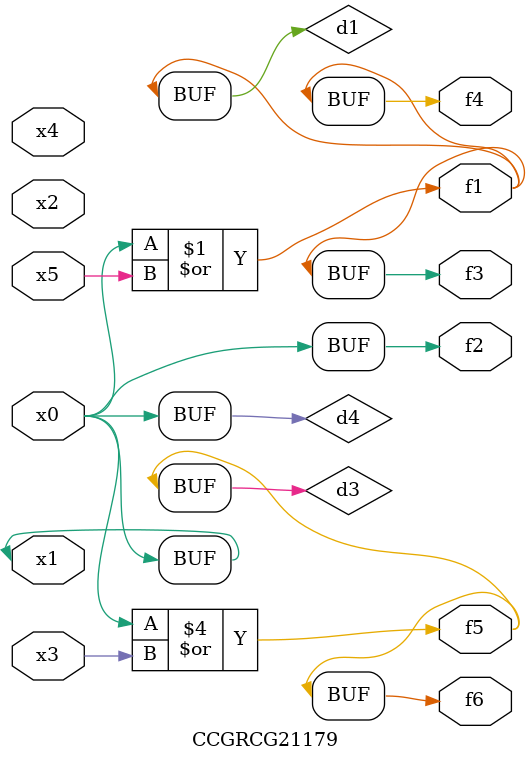
<source format=v>
module CCGRCG21179(
	input x0, x1, x2, x3, x4, x5,
	output f1, f2, f3, f4, f5, f6
);

	wire d1, d2, d3, d4;

	or (d1, x0, x5);
	xnor (d2, x1, x4);
	or (d3, x0, x3);
	buf (d4, x0, x1);
	assign f1 = d1;
	assign f2 = d4;
	assign f3 = d1;
	assign f4 = d1;
	assign f5 = d3;
	assign f6 = d3;
endmodule

</source>
